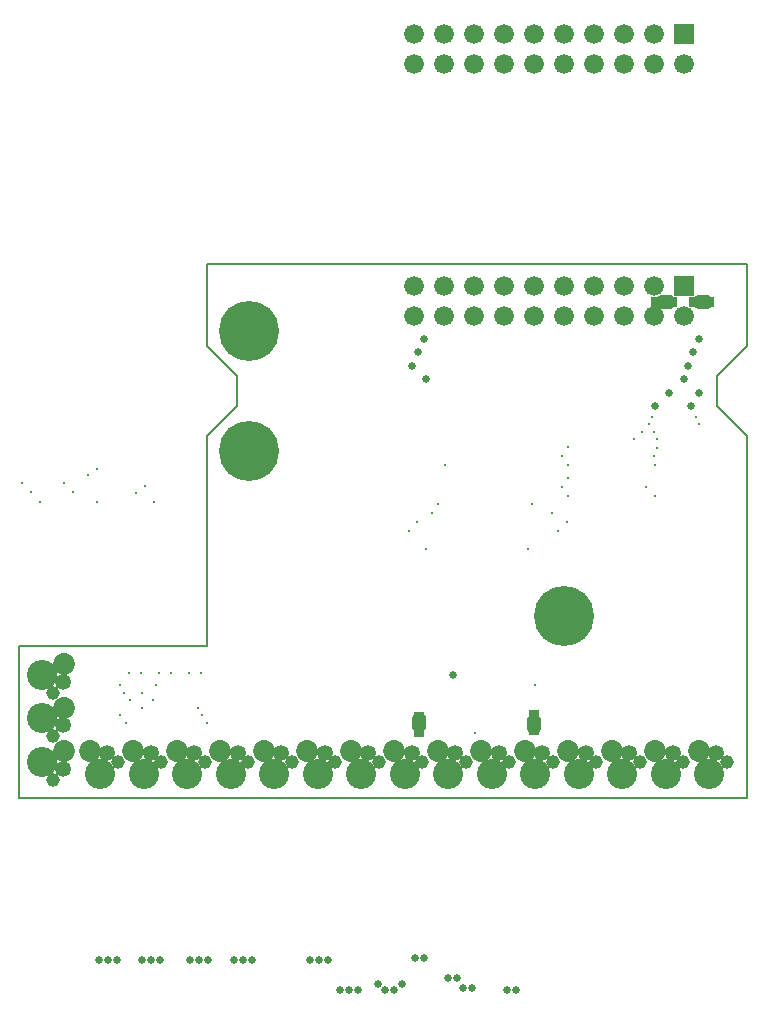
<source format=gbr>
G04 This is an RS-274x file exported by *
G04 gerbv version 2.7.0 *
G04 More information is available about gerbv at *
G04 http://gerbv.geda-project.org/ *
G04 --End of header info--*
%MOIN*%
%FSLAX36Y36*%
%IPPOS*%
G04 --Define apertures--*
%ADD10C,0.0060*%
%ADD11C,0.0454*%
%ADD12C,0.1005*%
%ADD13C,0.0729*%
%ADD14C,0.0532*%
%ADD15C,0.0260*%
%ADD16C,0.0001*%
%ADD17C,0.0660*%
%ADD18C,0.2000*%
%ADD19C,0.0200*%
%ADD20C,0.0790*%
%ADD21C,0.0490*%
%ADD22C,0.0300*%
%ADD23C,0.0100*%
%ADD24C,0.0380*%
%ADD25C,0.0250*%
%ADD26C,0.1180*%
G04 --Start main section--*
G54D10*
G01X2831500Y2969000D02*
G01X2839500Y2961000D01*
G01X2796500Y2969000D02*
G01X2831500Y2969000D01*
G01X2789500Y2962000D02*
G01X2796500Y2969000D01*
G01X2797500Y2929000D02*
G01X2790500Y2936000D01*
G01X2797500Y2929000D02*
G01X2832500Y2929000D01*
G01X2839500Y2936000D02*
G01X2832500Y2929000D01*
G01X2706500Y2969000D02*
G01X2714500Y2961000D01*
G01X2671500Y2969000D02*
G01X2706500Y2969000D01*
G01X2664500Y2962000D02*
G01X2671500Y2969000D01*
G01X2672500Y2929000D02*
G01X2665500Y2936000D01*
G01X2672500Y2929000D02*
G01X2707500Y2929000D01*
G01X2714500Y2936000D02*
G01X2707500Y2929000D01*
G01X1848000Y1562500D02*
G01X1856000Y1570500D01*
G01X1848000Y1562500D02*
G01X1848000Y1527500D01*
G01X1855000Y1520500D02*
G01X1848000Y1527500D01*
G01X1888000Y1528500D02*
G01X1881000Y1521500D01*
G01X1888000Y1563500D02*
G01X1888000Y1528500D01*
G01X1881000Y1570500D02*
G01X1888000Y1563500D01*
G01X2272000Y1524000D02*
G01X2264000Y1516000D01*
G01X2272000Y1559000D02*
G01X2272000Y1524000D01*
G01X2265000Y1566000D02*
G01X2272000Y1559000D01*
G01X2232000Y1558000D02*
G01X2239000Y1565000D01*
G01X2232000Y1558000D02*
G01X2232000Y1523000D01*
G01X2239000Y1516000D02*
G01X2232000Y1523000D01*
G01X0000000Y0000000D02*
G01X2960000Y1295000D02*
G01X0535000Y1295000D01*
G01X2960000Y3075000D02*
G01X1160000Y3075000D01*
G01X2960000Y3075000D02*
G01X2960000Y2800000D01*
G01X2960000Y2500000D02*
G01X2960000Y1295000D01*
G01X2960000Y2800000D02*
G01X2860000Y2700000D01*
G01X2860000Y2700000D02*
G01X2860000Y2600000D01*
G01X2860000Y2600000D02*
G01X2960000Y2500000D01*
G01X1160000Y2800000D02*
G01X1260000Y2700000D01*
G01X1260000Y2700000D02*
G01X1260000Y2600000D01*
G01X1260000Y2600000D02*
G01X1160000Y2500000D01*
G01X1160000Y1800000D02*
G01X0535000Y1800000D01*
G01X0535000Y1800000D02*
G01X0535000Y1295000D01*
G01X1160000Y3075000D02*
G01X1160000Y2800000D01*
G01X1160000Y2500000D02*
G01X1160000Y1800000D01*
G01X0000000Y0000000D02*
G54D11*
G01X2314060Y1414370D03*
G54D12*
G01X2400000Y1375000D03*
G54D13*
G01X2364570Y1449800D03*
G54D14*
G01X2423620Y1445870D03*
G54D12*
G01X2255000Y1375000D03*
G54D13*
G01X2219570Y1449800D03*
G54D14*
G01X2278620Y1445870D03*
G54D11*
G01X2459060Y1414370D03*
G01X1879060Y1414370D03*
G54D13*
G01X1929570Y1449800D03*
G54D14*
G01X1988620Y1445870D03*
G54D12*
G01X1965000Y1375000D03*
G01X2110000Y1375000D03*
G54D11*
G01X2024060Y1414370D03*
G54D13*
G01X2074570Y1449800D03*
G54D14*
G01X2133620Y1445870D03*
G54D11*
G01X2169060Y1414370D03*
G54D12*
G01X2545000Y1375000D03*
G01X2690000Y1375000D03*
G01X2835000Y1375000D03*
G54D13*
G01X2509570Y1449800D03*
G54D14*
G01X2568620Y1445870D03*
G54D11*
G01X2604060Y1414370D03*
G54D13*
G01X2654570Y1449800D03*
G54D14*
G01X2713620Y1445870D03*
G54D11*
G01X2749060Y1414370D03*
G54D13*
G01X2799570Y1449800D03*
G54D14*
G01X2858620Y1445870D03*
G54D11*
G01X2894060Y1414370D03*
G54D15*
G01X2014990Y0660000D03*
G01X1810000Y0675000D03*
G01X2045000Y0660000D03*
G01X2160000Y0655000D03*
G01X2190000Y0655000D03*
G01X1965000Y0695000D03*
G01X1995000Y0695000D03*
G01X1855000Y0760000D03*
G01X1885000Y0760000D03*
G01X1730000Y0675000D03*
G01X1755000Y0655000D03*
G01X1785000Y0655000D03*
G01X1605000Y0655000D03*
G01X1635000Y0655000D03*
G01X1665000Y0655000D03*
G01X1535000Y0755000D03*
G01X1565000Y0755000D03*
G01X1505000Y0755000D03*
G01X0860000Y0755000D03*
G01X0830000Y0755000D03*
G01X0800000Y0755000D03*
G01X1005000Y0755000D03*
G01X0975000Y0755000D03*
G01X0945000Y0755000D03*
G01X1165000Y0755000D03*
G01X1135000Y0755000D03*
G01X1105000Y0755000D03*
G01X1310000Y0755000D03*
G01X1280000Y0755000D03*
G01X1250000Y0755000D03*
G54D12*
G01X0805000Y1375000D03*
G01X0950000Y1375000D03*
G01X1095000Y1375000D03*
G54D13*
G01X0769570Y1449800D03*
G54D14*
G01X0828620Y1445870D03*
G54D11*
G01X0864060Y1414370D03*
G54D13*
G01X0914570Y1449800D03*
G54D14*
G01X0973620Y1445870D03*
G54D11*
G01X1009060Y1414370D03*
G54D13*
G01X1059570Y1449800D03*
G54D14*
G01X1118620Y1445870D03*
G54D12*
G01X0610000Y1415000D03*
G54D11*
G01X0649370Y1355940D03*
G54D12*
G01X0610000Y1705000D03*
G54D11*
G01X0649370Y1645940D03*
G54D12*
G01X0610000Y1560000D03*
G54D11*
G01X0649370Y1500940D03*
G54D13*
G01X0684800Y1450430D03*
G54D14*
G01X0680870Y1391380D03*
G54D13*
G01X0684800Y1740430D03*
G54D14*
G01X0680870Y1681380D03*
G54D13*
G01X0684800Y1595430D03*
G54D14*
G01X0680870Y1536380D03*
G54D11*
G01X1154060Y1414370D03*
G54D13*
G01X1204570Y1449800D03*
G54D14*
G01X1263620Y1445870D03*
G54D12*
G01X1240000Y1375000D03*
G01X1385000Y1375000D03*
G54D11*
G01X1299060Y1414370D03*
G54D13*
G01X1349570Y1449800D03*
G54D14*
G01X1408620Y1445870D03*
G54D11*
G01X1444060Y1414370D03*
G54D12*
G01X1530000Y1375000D03*
G01X1675000Y1375000D03*
G01X1820000Y1375000D03*
G54D13*
G01X1494570Y1449800D03*
G54D14*
G01X1553620Y1445870D03*
G54D11*
G01X1589060Y1414370D03*
G54D13*
G01X1639570Y1449800D03*
G54D14*
G01X1698620Y1445870D03*
G54D11*
G01X1734060Y1414370D03*
G54D13*
G01X1784570Y1449800D03*
G54D14*
G01X1843620Y1445870D03*
G54D16*
G36*
G01X2717000Y3033000D02*
G01X2717000Y2967000D01*
G01X2783000Y2967000D01*
G01X2783000Y3033000D01*
G01X2717000Y3033000D01*
G37*
G54D17*
G01X2750000Y2900000D03*
G01X2650000Y3000000D03*
G01X2650000Y2900000D03*
G01X2550000Y3000000D03*
G01X2550000Y2900000D03*
G01X2450000Y3000000D03*
G01X2450000Y2900000D03*
G01X2350000Y3000000D03*
G01X2350000Y2900000D03*
G01X2250000Y3000000D03*
G01X2150000Y3000000D03*
G01X2050000Y3000000D03*
G01X1950000Y3000000D03*
G01X1850000Y3000000D03*
G01X2250000Y2900000D03*
G01X2150000Y2900000D03*
G01X2050000Y2900000D03*
G01X1950000Y2900000D03*
G01X1850000Y2900000D03*
G54D16*
G36*
G01X2717000Y3873000D02*
G01X2717000Y3807000D01*
G01X2783000Y3807000D01*
G01X2783000Y3873000D01*
G01X2717000Y3873000D01*
G37*
G54D17*
G01X2750000Y3740000D03*
G01X2650000Y3840000D03*
G01X2650000Y3740000D03*
G01X2550000Y3840000D03*
G01X2550000Y3740000D03*
G01X2450000Y3840000D03*
G01X2450000Y3740000D03*
G01X2350000Y3740000D03*
G01X2250000Y3740000D03*
G01X2350000Y3840000D03*
G01X2250000Y3840000D03*
G01X2150000Y3840000D03*
G01X2050000Y3840000D03*
G01X1950000Y3840000D03*
G01X1850000Y3840000D03*
G01X2150000Y3740000D03*
G01X2050000Y3740000D03*
G01X1950000Y3740000D03*
G01X1850000Y3740000D03*
G54D18*
G01X1300000Y2850000D03*
G01X2350000Y1900000D03*
G01X1300000Y2450000D03*
G54D19*
G01X1855000Y1530500D02*
G01X1862000Y1523500D01*
G54D16*
G36*
G01X1872000Y1533500D02*
G01X1852000Y1533500D01*
G01X1852000Y1498500D01*
G01X1872000Y1498500D01*
G01X1872000Y1533500D01*
G37*
G54D19*
G01X1855000Y1533500D02*
G01X1861000Y1539500D01*
G01X1855000Y1545500D02*
G01X1861000Y1539500D01*
G01X1855000Y1560500D02*
G01X1855000Y1530500D01*
G01X1855000Y1560500D02*
G01X1862000Y1567500D01*
G54D16*
G36*
G01X1872000Y1582500D02*
G01X1852000Y1582500D01*
G01X1852000Y1557500D01*
G01X1872000Y1557500D01*
G01X1872000Y1582500D01*
G37*
G54D19*
G01X1855000Y1557500D02*
G01X1861000Y1551500D01*
G01X1855000Y1545500D02*
G01X1861000Y1551500D01*
G01X1881000Y1561500D02*
G01X1881000Y1530500D01*
G01X1881000Y1532500D02*
G01X1881000Y1530500D01*
G01X1875000Y1567500D02*
G01X1881000Y1561500D01*
G54D16*
G36*
G01X1885000Y1582500D02*
G01X1865000Y1582500D01*
G01X1865000Y1557500D01*
G01X1885000Y1557500D01*
G01X1885000Y1582500D01*
G37*
G54D19*
G01X1875000Y1524500D02*
G01X1881000Y1530500D01*
G01X1874000Y1539500D02*
G01X1881000Y1532500D01*
G01X1874000Y1539500D02*
G01X1881000Y1546500D01*
G01X1874000Y1551500D02*
G01X1881000Y1544500D01*
G01X1874000Y1551500D02*
G01X1881000Y1558500D01*
G54D16*
G36*
G01X1885000Y1534500D02*
G01X1865000Y1534500D01*
G01X1865000Y1498500D01*
G01X1885000Y1498500D01*
G01X1885000Y1534500D01*
G37*
G54D19*
G01X2265000Y1556000D02*
G01X2265000Y1526000D01*
G01X2258000Y1519000D02*
G01X2265000Y1526000D01*
G01X2259000Y1547000D02*
G01X2265000Y1553000D01*
G01X2259000Y1547000D02*
G01X2265000Y1541000D01*
G01X2259000Y1535000D02*
G01X2265000Y1529000D01*
G01X2259000Y1535000D02*
G01X2265000Y1541000D01*
G54D16*
G36*
G01X2268000Y1529000D02*
G01X2248000Y1529000D01*
G01X2248000Y1504000D01*
G01X2268000Y1504000D01*
G01X2268000Y1529000D01*
G37*
G54D19*
G01X2239000Y1525000D02*
G01X2245000Y1519000D01*
G54D16*
G36*
G01X2255000Y1529000D02*
G01X2235000Y1529000D01*
G01X2235000Y1504000D01*
G01X2255000Y1504000D01*
G01X2255000Y1529000D01*
G37*
G54D19*
G01X2239000Y1528000D02*
G01X2246000Y1535000D01*
G01X2258000Y1563000D02*
G01X2265000Y1556000D01*
G54D16*
G36*
G01X2268000Y1588000D02*
G01X2248000Y1588000D01*
G01X2248000Y1553000D01*
G01X2268000Y1553000D01*
G01X2268000Y1588000D01*
G37*
G54D19*
G01X2239000Y1556000D02*
G01X2245000Y1562000D01*
G54D16*
G36*
G01X2255000Y1588000D02*
G01X2235000Y1588000D01*
G01X2235000Y1552000D01*
G01X2255000Y1552000D01*
G01X2255000Y1588000D01*
G37*
G54D19*
G01X2239000Y1554000D02*
G01X2246000Y1547000D01*
G01X2239000Y1556000D02*
G01X2239000Y1554000D01*
G01X2239000Y1556000D02*
G01X2239000Y1525000D01*
G01X2239000Y1540000D02*
G01X2246000Y1547000D01*
G01X2239000Y1542000D02*
G01X2246000Y1535000D01*
G01X2799500Y2962000D02*
G01X2829500Y2962000D01*
G01X2829500Y2962000D02*
G01X2836500Y2955000D01*
G54D16*
G36*
G01X2826500Y2965000D02*
G01X2826500Y2945000D01*
G01X2851500Y2945000D01*
G01X2851500Y2965000D01*
G01X2826500Y2965000D01*
G37*
G54D19*
G01X2820500Y2956000D02*
G01X2826500Y2962000D01*
G01X2814500Y2962000D02*
G01X2820500Y2956000D01*
G01X2792500Y2955000D02*
G01X2799500Y2962000D01*
G54D16*
G36*
G01X2767500Y2965000D02*
G01X2767500Y2945000D01*
G01X2802500Y2945000D01*
G01X2802500Y2965000D01*
G01X2767500Y2965000D01*
G37*
G54D19*
G01X2802500Y2962000D02*
G01X2808500Y2956000D01*
G01X2808500Y2956000D02*
G01X2814500Y2962000D01*
G01X2799500Y2936000D02*
G01X2830500Y2936000D01*
G01X2799500Y2936000D02*
G01X2801500Y2936000D01*
G01X2830500Y2936000D02*
G01X2836500Y2942000D01*
G54D16*
G36*
G01X2826500Y2952000D02*
G01X2826500Y2932000D01*
G01X2851500Y2932000D01*
G01X2851500Y2952000D01*
G01X2826500Y2952000D01*
G37*
G54D19*
G01X2793500Y2942000D02*
G01X2799500Y2936000D01*
G01X2801500Y2936000D02*
G01X2808500Y2943000D01*
G01X2808500Y2943000D02*
G01X2815500Y2936000D01*
G01X2813500Y2936000D02*
G01X2820500Y2943000D01*
G01X2820500Y2943000D02*
G01X2827500Y2936000D01*
G54D16*
G36*
G01X2767500Y2952000D02*
G01X2767500Y2932000D01*
G01X2803500Y2932000D01*
G01X2803500Y2952000D01*
G01X2767500Y2952000D01*
G37*
G54D19*
G01X2674500Y2962000D02*
G01X2704500Y2962000D01*
G01X2667500Y2955000D02*
G01X2674500Y2962000D01*
G01X2677500Y2962000D02*
G01X2683500Y2956000D01*
G01X2683500Y2956000D02*
G01X2689500Y2962000D01*
G54D16*
G36*
G01X2642500Y2965000D02*
G01X2642500Y2945000D01*
G01X2677500Y2945000D01*
G01X2677500Y2965000D01*
G01X2642500Y2965000D01*
G37*
G54D19*
G01X2704500Y2962000D02*
G01X2711500Y2955000D01*
G01X2695500Y2956000D02*
G01X2701500Y2962000D01*
G01X2689500Y2962000D02*
G01X2695500Y2956000D01*
G54D16*
G36*
G01X2701500Y2965000D02*
G01X2701500Y2945000D01*
G01X2726500Y2945000D01*
G01X2726500Y2965000D01*
G01X2701500Y2965000D01*
G37*
G54D19*
G01X2668500Y2942000D02*
G01X2674500Y2936000D01*
G54D16*
G36*
G01X2642500Y2952000D02*
G01X2642500Y2932000D01*
G01X2678500Y2932000D01*
G01X2678500Y2952000D01*
G01X2642500Y2952000D01*
G37*
G54D19*
G01X2676500Y2936000D02*
G01X2683500Y2943000D01*
G01X2674500Y2936000D02*
G01X2676500Y2936000D01*
G01X2705500Y2936000D02*
G01X2711500Y2942000D01*
G54D16*
G36*
G01X2701500Y2952000D02*
G01X2701500Y2932000D01*
G01X2726500Y2932000D01*
G01X2726500Y2952000D01*
G01X2701500Y2952000D01*
G37*
G54D19*
G01X2674500Y2936000D02*
G01X2705500Y2936000D01*
G01X2683500Y2943000D02*
G01X2690500Y2936000D01*
G01X2688500Y2936000D02*
G01X2695500Y2943000D01*
G01X2695500Y2943000D02*
G01X2702500Y2936000D01*
G01X0000000Y0000000D02*
G54D23*
G01X0545000Y2345000D03*
G01X0575000Y2315000D03*
G01X0605000Y2280000D03*
G01X0685000Y2345000D03*
G01X0715000Y2315000D03*
G01X0765000Y2370000D03*
G01X0795000Y2390000D03*
G01X0795000Y2280000D03*
G01X0800000Y0755000D03*
G01X0830000Y0755000D03*
G01X0860000Y0755000D03*
G01X0870000Y1670000D03*
G01X0870000Y1570000D03*
G01X0885000Y1645000D03*
G01X0890000Y1545000D03*
G01X0902000Y1710000D03*
G01X0905000Y1620000D03*
G01X0925000Y2310000D03*
G01X0942000Y1710000D03*
G01X0945000Y1645000D03*
G01X0945000Y1595000D03*
G01X0945000Y0755000D03*
G01X0955000Y2335000D03*
G01X0975000Y0755000D03*
G01X0980000Y1620000D03*
G01X0985000Y2280000D03*
G01X0990000Y1670000D03*
G01X1002000Y1710000D03*
G01X1005000Y0755000D03*
G01X1042000Y1710000D03*
G01X1102000Y1710000D03*
G01X1105000Y0755000D03*
G01X1130000Y1595000D03*
G01X1135000Y0755000D03*
G01X1142000Y1710000D03*
G01X1145000Y1570000D03*
G01X1160000Y1545000D03*
G01X1165000Y0755000D03*
G01X1250000Y0755000D03*
G01X1280000Y0755000D03*
G01X1310000Y0755000D03*
G01X1505000Y0755000D03*
G01X1535000Y0755000D03*
G01X1565000Y0755000D03*
G01X1605000Y0655000D03*
G01X1635000Y0655000D03*
G01X1665000Y0655000D03*
G01X1730000Y0675000D03*
G01X1755000Y0655000D03*
G01X1785000Y0655000D03*
G01X1810000Y0675000D03*
G01X1835000Y2185000D03*
G01X1855000Y0760000D03*
G01X1860000Y2215000D03*
G01X1885000Y0760000D03*
G01X1890000Y2125000D03*
G01X1910000Y2245000D03*
G01X1930000Y2275000D03*
G01X1955000Y2405000D03*
G01X1965000Y0695000D03*
G01X1995000Y0695000D03*
G01X2015000Y0660000D03*
G01X2045000Y0660000D03*
G01X2055000Y1510000D03*
G01X2160000Y0655000D03*
G01X2190000Y0655000D03*
G01X2230000Y2125000D03*
G01X2245000Y2275000D03*
G01X2255000Y1670000D03*
G01X2310000Y2245000D03*
G01X2330000Y2185000D03*
G01X2345000Y2435000D03*
G01X2345000Y2330000D03*
G01X2360000Y2215000D03*
G01X2365000Y2465000D03*
G01X2365000Y2405000D03*
G01X2365000Y2360000D03*
G01X2365000Y2300000D03*
G01X2585000Y2490000D03*
G01X2610000Y2515000D03*
G01X2625000Y2330000D03*
G01X2635000Y2540000D03*
G01X2645000Y2565000D03*
G01X2650000Y2515000D03*
G01X2650000Y2435000D03*
G01X2655000Y2405000D03*
G01X2655000Y2300000D03*
G01X2660000Y2490000D03*
G01X2660000Y2460000D03*
G01X2790000Y2565000D03*
G01X2800000Y2540000D03*
G54D19*
G01X0649400Y1645900D03*
G01X0649400Y1500900D03*
G01X0649400Y1355900D03*
G01X0864100Y1414400D03*
G01X1009100Y1414400D03*
G01X1154100Y1414400D03*
G01X1299100Y1414400D03*
G01X1444100Y1414400D03*
G01X1589100Y1414400D03*
G01X1734100Y1414400D03*
G01X1879100Y1414400D03*
G01X2024100Y1414400D03*
G01X2169100Y1414400D03*
G01X2314100Y1414400D03*
G01X2459100Y1414400D03*
G01X2604100Y1414400D03*
G01X2749100Y1414400D03*
G01X2894100Y1414400D03*
G54D25*
G01X1845000Y2735000D03*
G01X1865000Y2780000D03*
G01X1885000Y2825000D03*
G01X1890000Y2690000D03*
G01X1980000Y1705000D03*
G01X2655000Y2600000D03*
G01X2700000Y2645000D03*
G01X2750000Y2690000D03*
G01X2765000Y2735000D03*
G01X2775000Y2600000D03*
G01X2780000Y2780000D03*
G01X2800000Y2825000D03*
G01X2800000Y2645000D03*
G54D22*
G01X0680900Y1681400D03*
G01X0680900Y1536400D03*
G01X0680900Y1391400D03*
G01X0828600Y1445900D03*
G01X0973600Y1445900D03*
G01X1118600Y1445900D03*
G01X1263600Y1445900D03*
G01X1408600Y1445900D03*
G01X1553600Y1445900D03*
G01X1698600Y1445900D03*
G01X1843600Y1445900D03*
G01X1988600Y1445900D03*
G01X2133600Y1445900D03*
G01X2278600Y1445900D03*
G01X2423600Y1445900D03*
G01X2568600Y1445900D03*
G01X2713600Y1445900D03*
G01X2858600Y1445900D03*
G54D24*
G01X1850000Y3840000D03*
G01X1850000Y3740000D03*
G01X1850000Y3000000D03*
G01X1850000Y2900000D03*
G01X1950000Y3840000D03*
G01X1950000Y3740000D03*
G01X1950000Y3000000D03*
G01X1950000Y2900000D03*
G01X2050000Y3840000D03*
G01X2050000Y3740000D03*
G01X2050000Y3000000D03*
G01X2050000Y2900000D03*
G01X2150000Y3840000D03*
G01X2150000Y3740000D03*
G01X2150000Y3000000D03*
G01X2150000Y2900000D03*
G01X2250000Y3840000D03*
G01X2250000Y3740000D03*
G01X2250000Y3000000D03*
G01X2250000Y2900000D03*
G01X2350000Y3840000D03*
G01X2350000Y3740000D03*
G01X2350000Y3000000D03*
G01X2350000Y2900000D03*
G01X2450000Y3840000D03*
G01X2450000Y3740000D03*
G01X2450000Y3000000D03*
G01X2450000Y2900000D03*
G01X2550000Y3840000D03*
G01X2550000Y3740000D03*
G01X2550000Y3000000D03*
G01X2550000Y2900000D03*
G01X2650000Y3840000D03*
G01X2650000Y3740000D03*
G01X2650000Y3000000D03*
G01X2650000Y2900000D03*
G01X2750000Y3840000D03*
G01X2750000Y3740000D03*
G01X2750000Y3000000D03*
G01X2750000Y2900000D03*
G54D21*
G01X0684800Y1740400D03*
G01X0684800Y1595400D03*
G01X0684800Y1450400D03*
G01X0769600Y1449800D03*
G01X0914600Y1449800D03*
G01X1059600Y1449800D03*
G01X1204600Y1449800D03*
G01X1349600Y1449800D03*
G01X1494600Y1449800D03*
G01X1639600Y1449800D03*
G01X1784600Y1449800D03*
G01X1929600Y1449800D03*
G01X2074600Y1449800D03*
G01X2219600Y1449800D03*
G01X2364600Y1449800D03*
G01X2509600Y1449800D03*
G01X2654600Y1449800D03*
G01X2799600Y1449800D03*
G54D20*
G01X0610000Y1705000D03*
G01X0610000Y1560000D03*
G01X0610000Y1415000D03*
G01X0805000Y1375000D03*
G01X0950000Y1375000D03*
G01X1095000Y1375000D03*
G01X1240000Y1375000D03*
G01X1385000Y1375000D03*
G01X1530000Y1375000D03*
G01X1675000Y1375000D03*
G01X1820000Y1375000D03*
G01X1965000Y1375000D03*
G01X2110000Y1375000D03*
G01X2255000Y1375000D03*
G01X2400000Y1375000D03*
G01X2545000Y1375000D03*
G01X2690000Y1375000D03*
G01X2835000Y1375000D03*
G54D26*
G01X1300000Y2850000D03*
G01X1300000Y2450000D03*
G01X2350000Y1900000D03*
M02*

</source>
